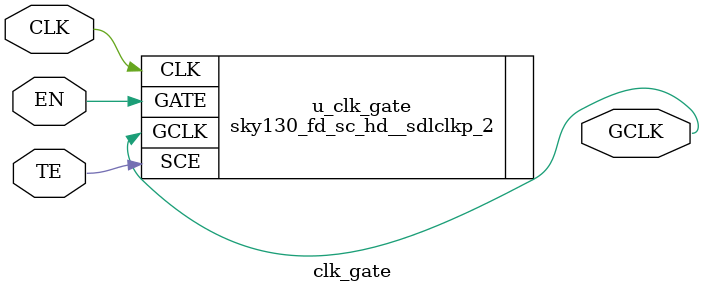
<source format=sv>
module clk_gate ( 
	output logic GCLK,  // Gated Clock Out

	input logic CLK, // Functional Clock
	input logic EN,  // Functional Enable
	input logic TE   // SCAN MODE/SCAN Enable
       );

`ifndef SYNTHESIS
   reg clk_enb;
   always_latch begin
       if(CLK == 0)
   	clk_enb = EN | TE;
   end
   
   assign GCLK = clk_enb & CLK;
`else
    sky130_fd_sc_hd__sdlclkp_2 u_clk_gate ( 
	                             .GCLK (GCLK), 
				     .SCE  (TE),
	                             .GATE (EN), 
				     .CLK (CLK)
			           );

`endif

endmodule


</source>
